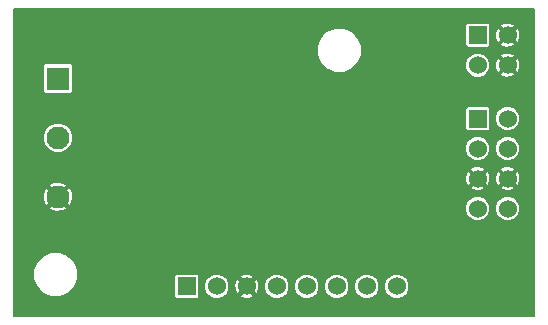
<source format=gbl>
G04 (created by PCBNEW-RS274X (2012-05-21 BZR 3261)-stable) date Thu 30 May 2013 11:23:39 PM PDT*
G01*
G70*
G90*
%MOIN*%
G04 Gerber Fmt 3.4, Leading zero omitted, Abs format*
%FSLAX34Y34*%
G04 APERTURE LIST*
%ADD10C,0.008000*%
%ADD11R,0.060000X0.060000*%
%ADD12C,0.060000*%
%ADD13R,0.076800X0.076800*%
%ADD14C,0.076800*%
%ADD15C,0.035000*%
G04 APERTURE END LIST*
G54D10*
G54D11*
X66035Y-35744D03*
G54D12*
X67035Y-35744D03*
X66035Y-36744D03*
X67035Y-36744D03*
X66035Y-37744D03*
X67035Y-37744D03*
X66035Y-38744D03*
X67035Y-38744D03*
G54D11*
X66035Y-32965D03*
G54D12*
X67035Y-32965D03*
X66035Y-33965D03*
X67035Y-33965D03*
G54D11*
X56343Y-41339D03*
G54D12*
X57343Y-41339D03*
X58343Y-41339D03*
X59343Y-41339D03*
X60343Y-41339D03*
X61343Y-41339D03*
X62343Y-41339D03*
X63343Y-41339D03*
G54D13*
X52047Y-34409D03*
G54D14*
X52047Y-36378D03*
X52047Y-38347D03*
G54D15*
X55276Y-36772D03*
X55748Y-36772D03*
X66614Y-40866D03*
X62441Y-37323D03*
X60315Y-36614D03*
X59370Y-36142D03*
X57244Y-37087D03*
X66614Y-39764D03*
G54D10*
G36*
X67915Y-42325D02*
X67455Y-42325D01*
X67455Y-38828D01*
X67455Y-38661D01*
X67455Y-36828D01*
X67455Y-36661D01*
X67455Y-35828D01*
X67455Y-35661D01*
X67451Y-35651D01*
X67451Y-34024D01*
X67451Y-33024D01*
X67442Y-32860D01*
X67397Y-32751D01*
X67337Y-32720D01*
X67280Y-32777D01*
X67280Y-32663D01*
X67249Y-32603D01*
X67094Y-32549D01*
X66930Y-32558D01*
X66821Y-32603D01*
X66790Y-32663D01*
X67035Y-32908D01*
X67280Y-32663D01*
X67280Y-32777D01*
X67092Y-32965D01*
X67337Y-33210D01*
X67397Y-33179D01*
X67451Y-33024D01*
X67451Y-34024D01*
X67442Y-33860D01*
X67397Y-33751D01*
X67337Y-33720D01*
X67280Y-33777D01*
X67280Y-33663D01*
X67280Y-33267D01*
X67035Y-33022D01*
X66978Y-33079D01*
X66978Y-32965D01*
X66733Y-32720D01*
X66673Y-32751D01*
X66619Y-32906D01*
X66628Y-33070D01*
X66673Y-33179D01*
X66733Y-33210D01*
X66978Y-32965D01*
X66978Y-33079D01*
X66790Y-33267D01*
X66821Y-33327D01*
X66976Y-33381D01*
X67140Y-33372D01*
X67249Y-33327D01*
X67280Y-33267D01*
X67280Y-33663D01*
X67249Y-33603D01*
X67094Y-33549D01*
X66930Y-33558D01*
X66821Y-33603D01*
X66790Y-33663D01*
X67035Y-33908D01*
X67280Y-33663D01*
X67280Y-33777D01*
X67092Y-33965D01*
X67337Y-34210D01*
X67397Y-34179D01*
X67451Y-34024D01*
X67451Y-35651D01*
X67391Y-35507D01*
X67280Y-35395D01*
X67280Y-34267D01*
X67035Y-34022D01*
X66978Y-34079D01*
X66978Y-33965D01*
X66733Y-33720D01*
X66673Y-33751D01*
X66619Y-33906D01*
X66628Y-34070D01*
X66673Y-34179D01*
X66733Y-34210D01*
X66978Y-33965D01*
X66978Y-34079D01*
X66790Y-34267D01*
X66821Y-34327D01*
X66976Y-34381D01*
X67140Y-34372D01*
X67249Y-34327D01*
X67280Y-34267D01*
X67280Y-35395D01*
X67273Y-35388D01*
X67119Y-35324D01*
X66952Y-35324D01*
X66798Y-35388D01*
X66679Y-35506D01*
X66615Y-35660D01*
X66615Y-35827D01*
X66679Y-35981D01*
X66797Y-36100D01*
X66951Y-36164D01*
X67118Y-36164D01*
X67272Y-36100D01*
X67391Y-35982D01*
X67455Y-35828D01*
X67455Y-36661D01*
X67391Y-36507D01*
X67273Y-36388D01*
X67119Y-36324D01*
X66952Y-36324D01*
X66798Y-36388D01*
X66679Y-36506D01*
X66615Y-36660D01*
X66615Y-36827D01*
X66679Y-36981D01*
X66797Y-37100D01*
X66951Y-37164D01*
X67118Y-37164D01*
X67272Y-37100D01*
X67391Y-36982D01*
X67455Y-36828D01*
X67455Y-38661D01*
X67451Y-38651D01*
X67451Y-37803D01*
X67442Y-37639D01*
X67397Y-37530D01*
X67337Y-37499D01*
X67280Y-37556D01*
X67280Y-37442D01*
X67249Y-37382D01*
X67094Y-37328D01*
X66930Y-37337D01*
X66821Y-37382D01*
X66790Y-37442D01*
X67035Y-37687D01*
X67280Y-37442D01*
X67280Y-37556D01*
X67092Y-37744D01*
X67337Y-37989D01*
X67397Y-37958D01*
X67451Y-37803D01*
X67451Y-38651D01*
X67391Y-38507D01*
X67280Y-38395D01*
X67280Y-38046D01*
X67035Y-37801D01*
X66978Y-37858D01*
X66978Y-37744D01*
X66733Y-37499D01*
X66673Y-37530D01*
X66619Y-37685D01*
X66628Y-37849D01*
X66673Y-37958D01*
X66733Y-37989D01*
X66978Y-37744D01*
X66978Y-37858D01*
X66790Y-38046D01*
X66821Y-38106D01*
X66976Y-38160D01*
X67140Y-38151D01*
X67249Y-38106D01*
X67280Y-38046D01*
X67280Y-38395D01*
X67273Y-38388D01*
X67119Y-38324D01*
X66952Y-38324D01*
X66798Y-38388D01*
X66679Y-38506D01*
X66615Y-38660D01*
X66615Y-38827D01*
X66679Y-38981D01*
X66797Y-39100D01*
X66951Y-39164D01*
X67118Y-39164D01*
X67272Y-39100D01*
X67391Y-38982D01*
X67455Y-38828D01*
X67455Y-42325D01*
X66455Y-42325D01*
X66455Y-38828D01*
X66455Y-38661D01*
X66455Y-36828D01*
X66455Y-36661D01*
X66455Y-36068D01*
X66455Y-36020D01*
X66455Y-35420D01*
X66455Y-34049D01*
X66455Y-33882D01*
X66455Y-33289D01*
X66455Y-33241D01*
X66455Y-32641D01*
X66437Y-32597D01*
X66403Y-32563D01*
X66359Y-32545D01*
X66311Y-32545D01*
X65711Y-32545D01*
X65667Y-32563D01*
X65633Y-32597D01*
X65615Y-32641D01*
X65615Y-32689D01*
X65615Y-33289D01*
X65633Y-33333D01*
X65667Y-33367D01*
X65711Y-33385D01*
X65759Y-33385D01*
X66359Y-33385D01*
X66403Y-33367D01*
X66437Y-33333D01*
X66455Y-33289D01*
X66455Y-33882D01*
X66391Y-33728D01*
X66273Y-33609D01*
X66119Y-33545D01*
X65952Y-33545D01*
X65798Y-33609D01*
X65679Y-33727D01*
X65615Y-33881D01*
X65615Y-34048D01*
X65679Y-34202D01*
X65797Y-34321D01*
X65951Y-34385D01*
X66118Y-34385D01*
X66272Y-34321D01*
X66391Y-34203D01*
X66455Y-34049D01*
X66455Y-35420D01*
X66437Y-35376D01*
X66403Y-35342D01*
X66359Y-35324D01*
X66311Y-35324D01*
X65711Y-35324D01*
X65667Y-35342D01*
X65633Y-35376D01*
X65615Y-35420D01*
X65615Y-35468D01*
X65615Y-36068D01*
X65633Y-36112D01*
X65667Y-36146D01*
X65711Y-36164D01*
X65759Y-36164D01*
X66359Y-36164D01*
X66403Y-36146D01*
X66437Y-36112D01*
X66455Y-36068D01*
X66455Y-36661D01*
X66391Y-36507D01*
X66273Y-36388D01*
X66119Y-36324D01*
X65952Y-36324D01*
X65798Y-36388D01*
X65679Y-36506D01*
X65615Y-36660D01*
X65615Y-36827D01*
X65679Y-36981D01*
X65797Y-37100D01*
X65951Y-37164D01*
X66118Y-37164D01*
X66272Y-37100D01*
X66391Y-36982D01*
X66455Y-36828D01*
X66455Y-38661D01*
X66451Y-38651D01*
X66451Y-37803D01*
X66442Y-37639D01*
X66397Y-37530D01*
X66337Y-37499D01*
X66280Y-37556D01*
X66280Y-37442D01*
X66249Y-37382D01*
X66094Y-37328D01*
X65930Y-37337D01*
X65821Y-37382D01*
X65790Y-37442D01*
X66035Y-37687D01*
X66280Y-37442D01*
X66280Y-37556D01*
X66092Y-37744D01*
X66337Y-37989D01*
X66397Y-37958D01*
X66451Y-37803D01*
X66451Y-38651D01*
X66391Y-38507D01*
X66280Y-38395D01*
X66280Y-38046D01*
X66035Y-37801D01*
X65978Y-37858D01*
X65978Y-37744D01*
X65733Y-37499D01*
X65673Y-37530D01*
X65619Y-37685D01*
X65628Y-37849D01*
X65673Y-37958D01*
X65733Y-37989D01*
X65978Y-37744D01*
X65978Y-37858D01*
X65790Y-38046D01*
X65821Y-38106D01*
X65976Y-38160D01*
X66140Y-38151D01*
X66249Y-38106D01*
X66280Y-38046D01*
X66280Y-38395D01*
X66273Y-38388D01*
X66119Y-38324D01*
X65952Y-38324D01*
X65798Y-38388D01*
X65679Y-38506D01*
X65615Y-38660D01*
X65615Y-38827D01*
X65679Y-38981D01*
X65797Y-39100D01*
X65951Y-39164D01*
X66118Y-39164D01*
X66272Y-39100D01*
X66391Y-38982D01*
X66455Y-38828D01*
X66455Y-42325D01*
X63763Y-42325D01*
X63763Y-41423D01*
X63763Y-41256D01*
X63699Y-41102D01*
X63581Y-40983D01*
X63427Y-40919D01*
X63260Y-40919D01*
X63106Y-40983D01*
X62987Y-41101D01*
X62923Y-41255D01*
X62923Y-41422D01*
X62987Y-41576D01*
X63105Y-41695D01*
X63259Y-41759D01*
X63426Y-41759D01*
X63580Y-41695D01*
X63699Y-41577D01*
X63763Y-41423D01*
X63763Y-42325D01*
X62763Y-42325D01*
X62763Y-41423D01*
X62763Y-41256D01*
X62699Y-41102D01*
X62581Y-40983D01*
X62427Y-40919D01*
X62260Y-40919D01*
X62166Y-40958D01*
X62166Y-33615D01*
X62166Y-33317D01*
X62052Y-33042D01*
X61842Y-32831D01*
X61567Y-32716D01*
X61269Y-32716D01*
X60994Y-32830D01*
X60783Y-33040D01*
X60668Y-33315D01*
X60668Y-33613D01*
X60782Y-33888D01*
X60992Y-34099D01*
X61267Y-34214D01*
X61565Y-34214D01*
X61840Y-34100D01*
X62051Y-33890D01*
X62166Y-33615D01*
X62166Y-40958D01*
X62106Y-40983D01*
X61987Y-41101D01*
X61923Y-41255D01*
X61923Y-41422D01*
X61987Y-41576D01*
X62105Y-41695D01*
X62259Y-41759D01*
X62426Y-41759D01*
X62580Y-41695D01*
X62699Y-41577D01*
X62763Y-41423D01*
X62763Y-42325D01*
X61763Y-42325D01*
X61763Y-41423D01*
X61763Y-41256D01*
X61699Y-41102D01*
X61581Y-40983D01*
X61427Y-40919D01*
X61260Y-40919D01*
X61106Y-40983D01*
X60987Y-41101D01*
X60923Y-41255D01*
X60923Y-41422D01*
X60987Y-41576D01*
X61105Y-41695D01*
X61259Y-41759D01*
X61426Y-41759D01*
X61580Y-41695D01*
X61699Y-41577D01*
X61763Y-41423D01*
X61763Y-42325D01*
X60763Y-42325D01*
X60763Y-41423D01*
X60763Y-41256D01*
X60699Y-41102D01*
X60581Y-40983D01*
X60427Y-40919D01*
X60260Y-40919D01*
X60106Y-40983D01*
X59987Y-41101D01*
X59923Y-41255D01*
X59923Y-41422D01*
X59987Y-41576D01*
X60105Y-41695D01*
X60259Y-41759D01*
X60426Y-41759D01*
X60580Y-41695D01*
X60699Y-41577D01*
X60763Y-41423D01*
X60763Y-42325D01*
X59763Y-42325D01*
X59763Y-41423D01*
X59763Y-41256D01*
X59699Y-41102D01*
X59581Y-40983D01*
X59427Y-40919D01*
X59260Y-40919D01*
X59106Y-40983D01*
X58987Y-41101D01*
X58923Y-41255D01*
X58923Y-41422D01*
X58987Y-41576D01*
X59105Y-41695D01*
X59259Y-41759D01*
X59426Y-41759D01*
X59580Y-41695D01*
X59699Y-41577D01*
X59763Y-41423D01*
X59763Y-42325D01*
X58759Y-42325D01*
X58759Y-41398D01*
X58750Y-41234D01*
X58705Y-41125D01*
X58645Y-41094D01*
X58588Y-41151D01*
X58588Y-41037D01*
X58557Y-40977D01*
X58402Y-40923D01*
X58238Y-40932D01*
X58129Y-40977D01*
X58098Y-41037D01*
X58343Y-41282D01*
X58588Y-41037D01*
X58588Y-41151D01*
X58400Y-41339D01*
X58645Y-41584D01*
X58705Y-41553D01*
X58759Y-41398D01*
X58759Y-42325D01*
X58588Y-42325D01*
X58588Y-41641D01*
X58343Y-41396D01*
X58286Y-41453D01*
X58286Y-41339D01*
X58041Y-41094D01*
X57981Y-41125D01*
X57927Y-41280D01*
X57936Y-41444D01*
X57981Y-41553D01*
X58041Y-41584D01*
X58286Y-41339D01*
X58286Y-41453D01*
X58098Y-41641D01*
X58129Y-41701D01*
X58284Y-41755D01*
X58448Y-41746D01*
X58557Y-41701D01*
X58588Y-41641D01*
X58588Y-42325D01*
X57763Y-42325D01*
X57763Y-41423D01*
X57763Y-41256D01*
X57699Y-41102D01*
X57581Y-40983D01*
X57427Y-40919D01*
X57260Y-40919D01*
X57106Y-40983D01*
X56987Y-41101D01*
X56923Y-41255D01*
X56923Y-41422D01*
X56987Y-41576D01*
X57105Y-41695D01*
X57259Y-41759D01*
X57426Y-41759D01*
X57580Y-41695D01*
X57699Y-41577D01*
X57763Y-41423D01*
X57763Y-42325D01*
X56763Y-42325D01*
X56763Y-41663D01*
X56763Y-41615D01*
X56763Y-41015D01*
X56745Y-40971D01*
X56711Y-40937D01*
X56667Y-40919D01*
X56619Y-40919D01*
X56019Y-40919D01*
X55975Y-40937D01*
X55941Y-40971D01*
X55923Y-41015D01*
X55923Y-41063D01*
X55923Y-41663D01*
X55941Y-41707D01*
X55975Y-41741D01*
X56019Y-41759D01*
X56067Y-41759D01*
X56667Y-41759D01*
X56711Y-41741D01*
X56745Y-41707D01*
X56763Y-41663D01*
X56763Y-42325D01*
X52718Y-42325D01*
X52718Y-41095D01*
X52718Y-40797D01*
X52604Y-40522D01*
X52551Y-40468D01*
X52551Y-34817D01*
X52551Y-34769D01*
X52551Y-34001D01*
X52533Y-33957D01*
X52499Y-33923D01*
X52455Y-33905D01*
X52407Y-33905D01*
X51639Y-33905D01*
X51595Y-33923D01*
X51561Y-33957D01*
X51543Y-34001D01*
X51543Y-34049D01*
X51543Y-34817D01*
X51561Y-34861D01*
X51595Y-34895D01*
X51639Y-34913D01*
X51687Y-34913D01*
X52455Y-34913D01*
X52499Y-34895D01*
X52533Y-34861D01*
X52551Y-34817D01*
X52551Y-40468D01*
X52550Y-40467D01*
X52550Y-36478D01*
X52550Y-36278D01*
X52473Y-36093D01*
X52332Y-35952D01*
X52147Y-35875D01*
X51947Y-35875D01*
X51762Y-35952D01*
X51621Y-36093D01*
X51544Y-36278D01*
X51544Y-36478D01*
X51621Y-36663D01*
X51762Y-36804D01*
X51947Y-36881D01*
X52147Y-36881D01*
X52332Y-36804D01*
X52473Y-36663D01*
X52550Y-36478D01*
X52550Y-40467D01*
X52546Y-40463D01*
X52546Y-38425D01*
X52538Y-38228D01*
X52477Y-38084D01*
X52409Y-38042D01*
X52352Y-38099D01*
X52352Y-37985D01*
X52310Y-37917D01*
X52125Y-37848D01*
X51928Y-37856D01*
X51784Y-37917D01*
X51742Y-37985D01*
X52047Y-38290D01*
X52352Y-37985D01*
X52352Y-38099D01*
X52104Y-38347D01*
X52409Y-38652D01*
X52477Y-38610D01*
X52546Y-38425D01*
X52546Y-40463D01*
X52394Y-40311D01*
X52352Y-40293D01*
X52352Y-38709D01*
X52047Y-38404D01*
X51990Y-38461D01*
X51990Y-38347D01*
X51685Y-38042D01*
X51617Y-38084D01*
X51548Y-38269D01*
X51556Y-38466D01*
X51617Y-38610D01*
X51685Y-38652D01*
X51990Y-38347D01*
X51990Y-38461D01*
X51742Y-38709D01*
X51784Y-38777D01*
X51969Y-38846D01*
X52166Y-38838D01*
X52310Y-38777D01*
X52352Y-38709D01*
X52352Y-40293D01*
X52119Y-40196D01*
X51821Y-40196D01*
X51546Y-40310D01*
X51335Y-40520D01*
X51220Y-40795D01*
X51220Y-41093D01*
X51334Y-41368D01*
X51544Y-41579D01*
X51819Y-41694D01*
X52117Y-41694D01*
X52392Y-41580D01*
X52603Y-41370D01*
X52718Y-41095D01*
X52718Y-42325D01*
X50589Y-42325D01*
X50589Y-32085D01*
X67915Y-32085D01*
X67915Y-42325D01*
X67915Y-42325D01*
G37*
X67915Y-42325D02*
X67455Y-42325D01*
X67455Y-38828D01*
X67455Y-38661D01*
X67455Y-36828D01*
X67455Y-36661D01*
X67455Y-35828D01*
X67455Y-35661D01*
X67451Y-35651D01*
X67451Y-34024D01*
X67451Y-33024D01*
X67442Y-32860D01*
X67397Y-32751D01*
X67337Y-32720D01*
X67280Y-32777D01*
X67280Y-32663D01*
X67249Y-32603D01*
X67094Y-32549D01*
X66930Y-32558D01*
X66821Y-32603D01*
X66790Y-32663D01*
X67035Y-32908D01*
X67280Y-32663D01*
X67280Y-32777D01*
X67092Y-32965D01*
X67337Y-33210D01*
X67397Y-33179D01*
X67451Y-33024D01*
X67451Y-34024D01*
X67442Y-33860D01*
X67397Y-33751D01*
X67337Y-33720D01*
X67280Y-33777D01*
X67280Y-33663D01*
X67280Y-33267D01*
X67035Y-33022D01*
X66978Y-33079D01*
X66978Y-32965D01*
X66733Y-32720D01*
X66673Y-32751D01*
X66619Y-32906D01*
X66628Y-33070D01*
X66673Y-33179D01*
X66733Y-33210D01*
X66978Y-32965D01*
X66978Y-33079D01*
X66790Y-33267D01*
X66821Y-33327D01*
X66976Y-33381D01*
X67140Y-33372D01*
X67249Y-33327D01*
X67280Y-33267D01*
X67280Y-33663D01*
X67249Y-33603D01*
X67094Y-33549D01*
X66930Y-33558D01*
X66821Y-33603D01*
X66790Y-33663D01*
X67035Y-33908D01*
X67280Y-33663D01*
X67280Y-33777D01*
X67092Y-33965D01*
X67337Y-34210D01*
X67397Y-34179D01*
X67451Y-34024D01*
X67451Y-35651D01*
X67391Y-35507D01*
X67280Y-35395D01*
X67280Y-34267D01*
X67035Y-34022D01*
X66978Y-34079D01*
X66978Y-33965D01*
X66733Y-33720D01*
X66673Y-33751D01*
X66619Y-33906D01*
X66628Y-34070D01*
X66673Y-34179D01*
X66733Y-34210D01*
X66978Y-33965D01*
X66978Y-34079D01*
X66790Y-34267D01*
X66821Y-34327D01*
X66976Y-34381D01*
X67140Y-34372D01*
X67249Y-34327D01*
X67280Y-34267D01*
X67280Y-35395D01*
X67273Y-35388D01*
X67119Y-35324D01*
X66952Y-35324D01*
X66798Y-35388D01*
X66679Y-35506D01*
X66615Y-35660D01*
X66615Y-35827D01*
X66679Y-35981D01*
X66797Y-36100D01*
X66951Y-36164D01*
X67118Y-36164D01*
X67272Y-36100D01*
X67391Y-35982D01*
X67455Y-35828D01*
X67455Y-36661D01*
X67391Y-36507D01*
X67273Y-36388D01*
X67119Y-36324D01*
X66952Y-36324D01*
X66798Y-36388D01*
X66679Y-36506D01*
X66615Y-36660D01*
X66615Y-36827D01*
X66679Y-36981D01*
X66797Y-37100D01*
X66951Y-37164D01*
X67118Y-37164D01*
X67272Y-37100D01*
X67391Y-36982D01*
X67455Y-36828D01*
X67455Y-38661D01*
X67451Y-38651D01*
X67451Y-37803D01*
X67442Y-37639D01*
X67397Y-37530D01*
X67337Y-37499D01*
X67280Y-37556D01*
X67280Y-37442D01*
X67249Y-37382D01*
X67094Y-37328D01*
X66930Y-37337D01*
X66821Y-37382D01*
X66790Y-37442D01*
X67035Y-37687D01*
X67280Y-37442D01*
X67280Y-37556D01*
X67092Y-37744D01*
X67337Y-37989D01*
X67397Y-37958D01*
X67451Y-37803D01*
X67451Y-38651D01*
X67391Y-38507D01*
X67280Y-38395D01*
X67280Y-38046D01*
X67035Y-37801D01*
X66978Y-37858D01*
X66978Y-37744D01*
X66733Y-37499D01*
X66673Y-37530D01*
X66619Y-37685D01*
X66628Y-37849D01*
X66673Y-37958D01*
X66733Y-37989D01*
X66978Y-37744D01*
X66978Y-37858D01*
X66790Y-38046D01*
X66821Y-38106D01*
X66976Y-38160D01*
X67140Y-38151D01*
X67249Y-38106D01*
X67280Y-38046D01*
X67280Y-38395D01*
X67273Y-38388D01*
X67119Y-38324D01*
X66952Y-38324D01*
X66798Y-38388D01*
X66679Y-38506D01*
X66615Y-38660D01*
X66615Y-38827D01*
X66679Y-38981D01*
X66797Y-39100D01*
X66951Y-39164D01*
X67118Y-39164D01*
X67272Y-39100D01*
X67391Y-38982D01*
X67455Y-38828D01*
X67455Y-42325D01*
X66455Y-42325D01*
X66455Y-38828D01*
X66455Y-38661D01*
X66455Y-36828D01*
X66455Y-36661D01*
X66455Y-36068D01*
X66455Y-36020D01*
X66455Y-35420D01*
X66455Y-34049D01*
X66455Y-33882D01*
X66455Y-33289D01*
X66455Y-33241D01*
X66455Y-32641D01*
X66437Y-32597D01*
X66403Y-32563D01*
X66359Y-32545D01*
X66311Y-32545D01*
X65711Y-32545D01*
X65667Y-32563D01*
X65633Y-32597D01*
X65615Y-32641D01*
X65615Y-32689D01*
X65615Y-33289D01*
X65633Y-33333D01*
X65667Y-33367D01*
X65711Y-33385D01*
X65759Y-33385D01*
X66359Y-33385D01*
X66403Y-33367D01*
X66437Y-33333D01*
X66455Y-33289D01*
X66455Y-33882D01*
X66391Y-33728D01*
X66273Y-33609D01*
X66119Y-33545D01*
X65952Y-33545D01*
X65798Y-33609D01*
X65679Y-33727D01*
X65615Y-33881D01*
X65615Y-34048D01*
X65679Y-34202D01*
X65797Y-34321D01*
X65951Y-34385D01*
X66118Y-34385D01*
X66272Y-34321D01*
X66391Y-34203D01*
X66455Y-34049D01*
X66455Y-35420D01*
X66437Y-35376D01*
X66403Y-35342D01*
X66359Y-35324D01*
X66311Y-35324D01*
X65711Y-35324D01*
X65667Y-35342D01*
X65633Y-35376D01*
X65615Y-35420D01*
X65615Y-35468D01*
X65615Y-36068D01*
X65633Y-36112D01*
X65667Y-36146D01*
X65711Y-36164D01*
X65759Y-36164D01*
X66359Y-36164D01*
X66403Y-36146D01*
X66437Y-36112D01*
X66455Y-36068D01*
X66455Y-36661D01*
X66391Y-36507D01*
X66273Y-36388D01*
X66119Y-36324D01*
X65952Y-36324D01*
X65798Y-36388D01*
X65679Y-36506D01*
X65615Y-36660D01*
X65615Y-36827D01*
X65679Y-36981D01*
X65797Y-37100D01*
X65951Y-37164D01*
X66118Y-37164D01*
X66272Y-37100D01*
X66391Y-36982D01*
X66455Y-36828D01*
X66455Y-38661D01*
X66451Y-38651D01*
X66451Y-37803D01*
X66442Y-37639D01*
X66397Y-37530D01*
X66337Y-37499D01*
X66280Y-37556D01*
X66280Y-37442D01*
X66249Y-37382D01*
X66094Y-37328D01*
X65930Y-37337D01*
X65821Y-37382D01*
X65790Y-37442D01*
X66035Y-37687D01*
X66280Y-37442D01*
X66280Y-37556D01*
X66092Y-37744D01*
X66337Y-37989D01*
X66397Y-37958D01*
X66451Y-37803D01*
X66451Y-38651D01*
X66391Y-38507D01*
X66280Y-38395D01*
X66280Y-38046D01*
X66035Y-37801D01*
X65978Y-37858D01*
X65978Y-37744D01*
X65733Y-37499D01*
X65673Y-37530D01*
X65619Y-37685D01*
X65628Y-37849D01*
X65673Y-37958D01*
X65733Y-37989D01*
X65978Y-37744D01*
X65978Y-37858D01*
X65790Y-38046D01*
X65821Y-38106D01*
X65976Y-38160D01*
X66140Y-38151D01*
X66249Y-38106D01*
X66280Y-38046D01*
X66280Y-38395D01*
X66273Y-38388D01*
X66119Y-38324D01*
X65952Y-38324D01*
X65798Y-38388D01*
X65679Y-38506D01*
X65615Y-38660D01*
X65615Y-38827D01*
X65679Y-38981D01*
X65797Y-39100D01*
X65951Y-39164D01*
X66118Y-39164D01*
X66272Y-39100D01*
X66391Y-38982D01*
X66455Y-38828D01*
X66455Y-42325D01*
X63763Y-42325D01*
X63763Y-41423D01*
X63763Y-41256D01*
X63699Y-41102D01*
X63581Y-40983D01*
X63427Y-40919D01*
X63260Y-40919D01*
X63106Y-40983D01*
X62987Y-41101D01*
X62923Y-41255D01*
X62923Y-41422D01*
X62987Y-41576D01*
X63105Y-41695D01*
X63259Y-41759D01*
X63426Y-41759D01*
X63580Y-41695D01*
X63699Y-41577D01*
X63763Y-41423D01*
X63763Y-42325D01*
X62763Y-42325D01*
X62763Y-41423D01*
X62763Y-41256D01*
X62699Y-41102D01*
X62581Y-40983D01*
X62427Y-40919D01*
X62260Y-40919D01*
X62166Y-40958D01*
X62166Y-33615D01*
X62166Y-33317D01*
X62052Y-33042D01*
X61842Y-32831D01*
X61567Y-32716D01*
X61269Y-32716D01*
X60994Y-32830D01*
X60783Y-33040D01*
X60668Y-33315D01*
X60668Y-33613D01*
X60782Y-33888D01*
X60992Y-34099D01*
X61267Y-34214D01*
X61565Y-34214D01*
X61840Y-34100D01*
X62051Y-33890D01*
X62166Y-33615D01*
X62166Y-40958D01*
X62106Y-40983D01*
X61987Y-41101D01*
X61923Y-41255D01*
X61923Y-41422D01*
X61987Y-41576D01*
X62105Y-41695D01*
X62259Y-41759D01*
X62426Y-41759D01*
X62580Y-41695D01*
X62699Y-41577D01*
X62763Y-41423D01*
X62763Y-42325D01*
X61763Y-42325D01*
X61763Y-41423D01*
X61763Y-41256D01*
X61699Y-41102D01*
X61581Y-40983D01*
X61427Y-40919D01*
X61260Y-40919D01*
X61106Y-40983D01*
X60987Y-41101D01*
X60923Y-41255D01*
X60923Y-41422D01*
X60987Y-41576D01*
X61105Y-41695D01*
X61259Y-41759D01*
X61426Y-41759D01*
X61580Y-41695D01*
X61699Y-41577D01*
X61763Y-41423D01*
X61763Y-42325D01*
X60763Y-42325D01*
X60763Y-41423D01*
X60763Y-41256D01*
X60699Y-41102D01*
X60581Y-40983D01*
X60427Y-40919D01*
X60260Y-40919D01*
X60106Y-40983D01*
X59987Y-41101D01*
X59923Y-41255D01*
X59923Y-41422D01*
X59987Y-41576D01*
X60105Y-41695D01*
X60259Y-41759D01*
X60426Y-41759D01*
X60580Y-41695D01*
X60699Y-41577D01*
X60763Y-41423D01*
X60763Y-42325D01*
X59763Y-42325D01*
X59763Y-41423D01*
X59763Y-41256D01*
X59699Y-41102D01*
X59581Y-40983D01*
X59427Y-40919D01*
X59260Y-40919D01*
X59106Y-40983D01*
X58987Y-41101D01*
X58923Y-41255D01*
X58923Y-41422D01*
X58987Y-41576D01*
X59105Y-41695D01*
X59259Y-41759D01*
X59426Y-41759D01*
X59580Y-41695D01*
X59699Y-41577D01*
X59763Y-41423D01*
X59763Y-42325D01*
X58759Y-42325D01*
X58759Y-41398D01*
X58750Y-41234D01*
X58705Y-41125D01*
X58645Y-41094D01*
X58588Y-41151D01*
X58588Y-41037D01*
X58557Y-40977D01*
X58402Y-40923D01*
X58238Y-40932D01*
X58129Y-40977D01*
X58098Y-41037D01*
X58343Y-41282D01*
X58588Y-41037D01*
X58588Y-41151D01*
X58400Y-41339D01*
X58645Y-41584D01*
X58705Y-41553D01*
X58759Y-41398D01*
X58759Y-42325D01*
X58588Y-42325D01*
X58588Y-41641D01*
X58343Y-41396D01*
X58286Y-41453D01*
X58286Y-41339D01*
X58041Y-41094D01*
X57981Y-41125D01*
X57927Y-41280D01*
X57936Y-41444D01*
X57981Y-41553D01*
X58041Y-41584D01*
X58286Y-41339D01*
X58286Y-41453D01*
X58098Y-41641D01*
X58129Y-41701D01*
X58284Y-41755D01*
X58448Y-41746D01*
X58557Y-41701D01*
X58588Y-41641D01*
X58588Y-42325D01*
X57763Y-42325D01*
X57763Y-41423D01*
X57763Y-41256D01*
X57699Y-41102D01*
X57581Y-40983D01*
X57427Y-40919D01*
X57260Y-40919D01*
X57106Y-40983D01*
X56987Y-41101D01*
X56923Y-41255D01*
X56923Y-41422D01*
X56987Y-41576D01*
X57105Y-41695D01*
X57259Y-41759D01*
X57426Y-41759D01*
X57580Y-41695D01*
X57699Y-41577D01*
X57763Y-41423D01*
X57763Y-42325D01*
X56763Y-42325D01*
X56763Y-41663D01*
X56763Y-41615D01*
X56763Y-41015D01*
X56745Y-40971D01*
X56711Y-40937D01*
X56667Y-40919D01*
X56619Y-40919D01*
X56019Y-40919D01*
X55975Y-40937D01*
X55941Y-40971D01*
X55923Y-41015D01*
X55923Y-41063D01*
X55923Y-41663D01*
X55941Y-41707D01*
X55975Y-41741D01*
X56019Y-41759D01*
X56067Y-41759D01*
X56667Y-41759D01*
X56711Y-41741D01*
X56745Y-41707D01*
X56763Y-41663D01*
X56763Y-42325D01*
X52718Y-42325D01*
X52718Y-41095D01*
X52718Y-40797D01*
X52604Y-40522D01*
X52551Y-40468D01*
X52551Y-34817D01*
X52551Y-34769D01*
X52551Y-34001D01*
X52533Y-33957D01*
X52499Y-33923D01*
X52455Y-33905D01*
X52407Y-33905D01*
X51639Y-33905D01*
X51595Y-33923D01*
X51561Y-33957D01*
X51543Y-34001D01*
X51543Y-34049D01*
X51543Y-34817D01*
X51561Y-34861D01*
X51595Y-34895D01*
X51639Y-34913D01*
X51687Y-34913D01*
X52455Y-34913D01*
X52499Y-34895D01*
X52533Y-34861D01*
X52551Y-34817D01*
X52551Y-40468D01*
X52550Y-40467D01*
X52550Y-36478D01*
X52550Y-36278D01*
X52473Y-36093D01*
X52332Y-35952D01*
X52147Y-35875D01*
X51947Y-35875D01*
X51762Y-35952D01*
X51621Y-36093D01*
X51544Y-36278D01*
X51544Y-36478D01*
X51621Y-36663D01*
X51762Y-36804D01*
X51947Y-36881D01*
X52147Y-36881D01*
X52332Y-36804D01*
X52473Y-36663D01*
X52550Y-36478D01*
X52550Y-40467D01*
X52546Y-40463D01*
X52546Y-38425D01*
X52538Y-38228D01*
X52477Y-38084D01*
X52409Y-38042D01*
X52352Y-38099D01*
X52352Y-37985D01*
X52310Y-37917D01*
X52125Y-37848D01*
X51928Y-37856D01*
X51784Y-37917D01*
X51742Y-37985D01*
X52047Y-38290D01*
X52352Y-37985D01*
X52352Y-38099D01*
X52104Y-38347D01*
X52409Y-38652D01*
X52477Y-38610D01*
X52546Y-38425D01*
X52546Y-40463D01*
X52394Y-40311D01*
X52352Y-40293D01*
X52352Y-38709D01*
X52047Y-38404D01*
X51990Y-38461D01*
X51990Y-38347D01*
X51685Y-38042D01*
X51617Y-38084D01*
X51548Y-38269D01*
X51556Y-38466D01*
X51617Y-38610D01*
X51685Y-38652D01*
X51990Y-38347D01*
X51990Y-38461D01*
X51742Y-38709D01*
X51784Y-38777D01*
X51969Y-38846D01*
X52166Y-38838D01*
X52310Y-38777D01*
X52352Y-38709D01*
X52352Y-40293D01*
X52119Y-40196D01*
X51821Y-40196D01*
X51546Y-40310D01*
X51335Y-40520D01*
X51220Y-40795D01*
X51220Y-41093D01*
X51334Y-41368D01*
X51544Y-41579D01*
X51819Y-41694D01*
X52117Y-41694D01*
X52392Y-41580D01*
X52603Y-41370D01*
X52718Y-41095D01*
X52718Y-42325D01*
X50589Y-42325D01*
X50589Y-32085D01*
X67915Y-32085D01*
X67915Y-42325D01*
M02*

</source>
